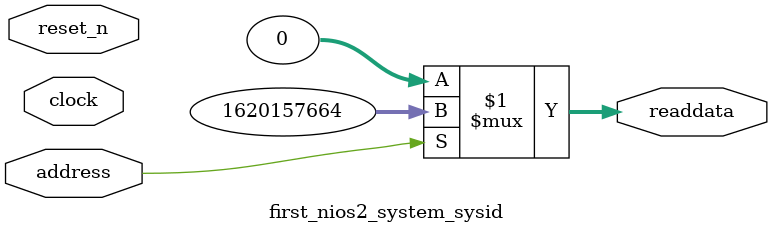
<source format=v>



// synthesis translate_off
`timescale 1ns / 1ps
// synthesis translate_on

// turn off superfluous verilog processor warnings 
// altera message_level Level1 
// altera message_off 10034 10035 10036 10037 10230 10240 10030 

module first_nios2_system_sysid (
               // inputs:
                address,
                clock,
                reset_n,

               // outputs:
                readdata
             )
;

  output  [ 31: 0] readdata;
  input            address;
  input            clock;
  input            reset_n;

  wire    [ 31: 0] readdata;
  //control_slave, which is an e_avalon_slave
  assign readdata = address ? 1620157664 : 0;

endmodule



</source>
